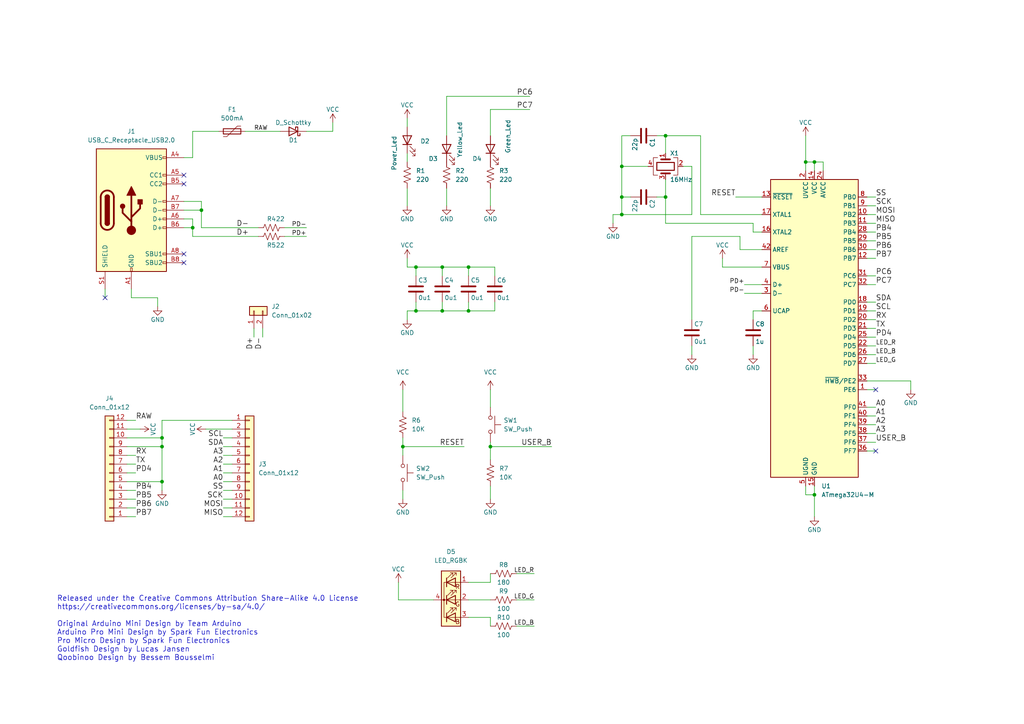
<source format=kicad_sch>
(kicad_sch (version 20211123) (generator eeschema)
  (paper "A4")
  (title_block (title "Qoobinoo") (date "2023-03-26") (rev "2") (company "Qoobinoo.io"))
  (lib_symbols
    (symbol "Connector:USB_C_Receptacle_USB2.0" (pin_names (offset 1.016))
      (property "Reference" "J" (at -10.16 19.05 0))
      (property "Value" "USB_C_Receptacle_USB2.0" (at 19.05 19.05 0))
      (symbol "USB_C_Receptacle_USB2.0_0_0"
        (rectangle (start -0.254 -17.78) (end 0.254 -16.764))
        (rectangle (start 10.16 -14.986) (end 9.144 -15.494))
        (rectangle (start 10.16 -12.446) (end 9.144 -12.954))
        (rectangle (start 10.16 -4.826) (end 9.144 -5.334))
        (rectangle (start 10.16 -2.286) (end 9.144 -2.794))
        (rectangle (start 10.16 0.254) (end 9.144 -0.254))
        (rectangle (start 10.16 2.794) (end 9.144 2.286))
        (rectangle (start 10.16 7.874) (end 9.144 7.366))
        (rectangle (start 10.16 10.414) (end 9.144 9.906))
        (rectangle (start 10.16 15.494) (end 9.144 14.986))
      )
      (symbol "USB_C_Receptacle_USB2.0_0_1"
        (rectangle (start -10.16 17.78) (end 10.16 -17.78) (stroke (width 0.254)) (fill (type background)))
        (arc (start -8.89 -3.81) (mid -6.985 -5.715) (end -5.08 -3.81) (stroke (width 0.508)))
        (arc (start -7.62 -3.81) (mid -6.985 -4.445) (end -6.35 -3.81) (stroke (width 0.254)))
        (arc (start -7.62 -3.81) (mid -6.985 -4.445) (end -6.35 -3.81) (stroke (width 0.254)) (fill (type outline)))
        (rectangle (start -7.62 -3.81) (end -6.35 3.81) (stroke (width 0.254)) (fill (type outline)))
        (arc (start -6.35 3.81) (mid -6.985 4.445) (end -7.62 3.81) (stroke (width 0.254)))
        (arc (start -6.35 3.81) (mid -6.985 4.445) (end -7.62 3.81) (stroke (width 0.254)) (fill (type outline)))
        (arc (start -5.08 3.81) (mid -6.985 5.715) (end -8.89 3.81) (stroke (width 0.508)))
        (circle (center -2.54 1.143) (radius 0.635) (stroke (width 0.254)) (fill (type outline)))
        (circle (center 0 -5.842) (radius 1.27) (fill (type outline)))
        (polyline (pts (xy -8.89 -3.81) (xy -8.89 3.81)) (stroke (width 0.508)))
        (polyline (pts (xy -5.08 3.81) (xy -5.08 -3.81)) (stroke (width 0.508)))
        (polyline (pts (xy 0 -5.842) (xy 0 4.318)) (stroke (width 0.508)))
        (polyline (pts (xy 0 -3.302) (xy -2.54 -0.762) (xy -2.54 0.508)) (stroke (width 0.508)))
        (polyline (pts (xy 0 -2.032) (xy 2.54 0.508) (xy 2.54 1.778)) (stroke (width 0.508)))
        (polyline (pts (xy -1.27 4.318) (xy 0 6.858) (xy 1.27 4.318) (xy -1.27 4.318)) (stroke (width 0.254)) (fill (type outline)))
        (rectangle (start 1.905 1.778) (end 3.175 3.048) (stroke (width 0.254)) (fill (type outline)))
      )
      (symbol "USB_C_Receptacle_USB2.0_1_1"
        (pin passive line (at 0 -22.86 90) (length 5.08) (name "GND") (number "A1"))
        (pin passive line (at 0 -22.86 90) (length 5.08) hide (name "GND") (number "A12"))
        (pin passive line (at 15.24 15.24 180) (length 5.08) (name "VBUS") (number "A4"))
        (pin bidirectional line (at 15.24 10.16 180) (length 5.08) (name "CC1") (number "A5"))
        (pin bidirectional line (at 15.24 -2.54 180) (length 5.08) (name "D+") (number "A6"))
        (pin bidirectional line (at 15.24 2.54 180) (length 5.08) (name "D-") (number "A7"))
        (pin bidirectional line (at 15.24 -12.7 180) (length 5.08) (name "SBU1") (number "A8"))
        (pin passive line (at 15.24 15.24 180) (length 5.08) hide (name "VBUS") (number "A9"))
        (pin passive line (at 0 -22.86 90) (length 5.08) hide (name "GND") (number "B1"))
        (pin passive line (at 0 -22.86 90) (length 5.08) hide (name "GND") (number "B12"))
        (pin passive line (at 15.24 15.24 180) (length 5.08) hide (name "VBUS") (number "B4"))
        (pin bidirectional line (at 15.24 7.62 180) (length 5.08) (name "CC2") (number "B5"))
        (pin bidirectional line (at 15.24 -5.08 180) (length 5.08) (name "D+") (number "B6"))
        (pin bidirectional line (at 15.24 0 180) (length 5.08) (name "D-") (number "B7"))
        (pin bidirectional line (at 15.24 -15.24 180) (length 5.08) (name "SBU2") (number "B8"))
        (pin passive line (at 15.24 15.24 180) (length 5.08) hide (name "VBUS") (number "B9"))
        (pin passive line (at -7.62 -22.86 90) (length 5.08) (name "SHIELD") (number "S1"))
      )
    )
    (symbol "Connector_Generic:Conn_01x02" (pin_names (offset 1.016) hide)
      (property "Reference" "J" (at 0 2.54 0))
      (property "Value" "Conn_01x02" (at 0 -5.08 0))
      (symbol "Conn_01x02_1_1"
        (rectangle (start -1.27 -2.413) (end 0 -2.667) (stroke (width 0.1524)))
        (rectangle (start -1.27 0.127) (end 0 -0.127) (stroke (width 0.1524)))
        (rectangle (start -1.27 1.27) (end 1.27 -3.81) (stroke (width 0.254)) (fill (type background)))
        (pin passive line (at -5.08 0 0) (length 3.81) (name "Pin_1") (number "1"))
        (pin passive line (at -5.08 -2.54 0) (length 3.81) (name "Pin_2") (number "2"))
      )
    )
    (symbol "Connector_Generic:Conn_01x12" (pin_names (offset 1.016) hide)
      (property "Reference" "J" (at 0 15.24 0))
      (property "Value" "Conn_01x12" (at 0 -17.78 0))
      (symbol "Conn_01x12_1_1"
        (rectangle (start -1.27 -15.113) (end 0 -15.367) (stroke (width 0.1524)))
        (rectangle (start -1.27 -12.573) (end 0 -12.827) (stroke (width 0.1524)))
        (rectangle (start -1.27 -10.033) (end 0 -10.287) (stroke (width 0.1524)))
        (rectangle (start -1.27 -7.493) (end 0 -7.747) (stroke (width 0.1524)))
        (rectangle (start -1.27 -4.953) (end 0 -5.207) (stroke (width 0.1524)))
        (rectangle (start -1.27 -2.413) (end 0 -2.667) (stroke (width 0.1524)))
        (rectangle (start -1.27 0.127) (end 0 -0.127) (stroke (width 0.1524)))
        (rectangle (start -1.27 2.667) (end 0 2.413) (stroke (width 0.1524)))
        (rectangle (start -1.27 5.207) (end 0 4.953) (stroke (width 0.1524)))
        (rectangle (start -1.27 7.747) (end 0 7.493) (stroke (width 0.1524)))
        (rectangle (start -1.27 10.287) (end 0 10.033) (stroke (width 0.1524)))
        (rectangle (start -1.27 12.827) (end 0 12.573) (stroke (width 0.1524)))
        (rectangle (start -1.27 13.97) (end 1.27 -16.51) (stroke (width 0.254)) (fill (type background)))
        (pin passive line (at -5.08 12.7 0) (length 3.81) (name "Pin_1") (number "1"))
        (pin passive line (at -5.08 -10.16 0) (length 3.81) (name "Pin_10") (number "10"))
        (pin passive line (at -5.08 -12.7 0) (length 3.81) (name "Pin_11") (number "11"))
        (pin passive line (at -5.08 -15.24 0) (length 3.81) (name "Pin_12") (number "12"))
        (pin passive line (at -5.08 10.16 0) (length 3.81) (name "Pin_2") (number "2"))
        (pin passive line (at -5.08 7.62 0) (length 3.81) (name "Pin_3") (number "3"))
        (pin passive line (at -5.08 5.08 0) (length 3.81) (name "Pin_4") (number "4"))
        (pin passive line (at -5.08 2.54 0) (length 3.81) (name "Pin_5") (number "5"))
        (pin passive line (at -5.08 0 0) (length 3.81) (name "Pin_6") (number "6"))
        (pin passive line (at -5.08 -2.54 0) (length 3.81) (name "Pin_7") (number "7"))
        (pin passive line (at -5.08 -5.08 0) (length 3.81) (name "Pin_8") (number "8"))
        (pin passive line (at -5.08 -7.62 0) (length 3.81) (name "Pin_9") (number "9"))
      )
    )
    (symbol "Device:C" (pin_numbers hide) (pin_names (offset 0.254))
      (property "Reference" "C" (at 0.635 2.54 0))
      (property "Value" "C" (at 0.635 -2.54 0))
      (symbol "C_0_1"
        (polyline (pts (xy -2.032 -0.762) (xy 2.032 -0.762)) (stroke (width 0.508)))
        (polyline (pts (xy -2.032 0.762) (xy 2.032 0.762)) (stroke (width 0.508)))
      )
      (symbol "C_1_1"
        (pin passive line (at 0 3.81 270) (length 2.794) (name "~") (number "1"))
        (pin passive line (at 0 -3.81 90) (length 2.794) (name "~") (number "2"))
      )
    )
    (symbol "Device:Crystal_GND24" (pin_names (offset 1.016) hide)
      (property "Reference" "Y" (at 3.175 5.08 0))
      (property "Value" "Crystal_GND24" (at 3.175 3.175 0))
      (symbol "Crystal_GND24_0_1"
        (rectangle (start -1.143 2.54) (end 1.143 -2.54) (stroke (width 0.3048)))
        (polyline (pts (xy -2.54 0) (xy -2.032 0)))
        (polyline (pts (xy -2.032 -1.27) (xy -2.032 1.27)) (stroke (width 0.508)))
        (polyline (pts (xy 0 -3.81) (xy 0 -3.556)))
        (polyline (pts (xy 0 3.556) (xy 0 3.81)))
        (polyline (pts (xy 2.032 -1.27) (xy 2.032 1.27)) (stroke (width 0.508)))
        (polyline (pts (xy 2.032 0) (xy 2.54 0)))
        (polyline (pts (xy -2.54 -2.286) (xy -2.54 -3.556) (xy 2.54 -3.556) (xy 2.54 -2.286)))
        (polyline (pts (xy -2.54 2.286) (xy -2.54 3.556) (xy 2.54 3.556) (xy 2.54 2.286)))
      )
      (symbol "Crystal_GND24_1_1"
        (pin passive line (at -3.81 0 0) (length 1.27) (name "1") (number "1"))
        (pin passive line (at 0 5.08 270) (length 1.27) (name "2") (number "2"))
        (pin passive line (at 3.81 0 180) (length 1.27) (name "3") (number "3"))
        (pin passive line (at 0 -5.08 90) (length 1.27) (name "4") (number "4"))
      )
    )
    (symbol "Device:D_Schottky" (pin_numbers hide) (pin_names (offset 1.016) hide)
      (property "Reference" "D" (at 0 2.54 0))
      (property "Value" "D_Schottky" (at 0 -2.54 0))
      (symbol "D_Schottky_0_1"
        (polyline (pts (xy 1.27 0) (xy -1.27 0)))
        (polyline (pts (xy 1.27 1.27) (xy 1.27 -1.27) (xy -1.27 0) (xy 1.27 1.27)) (stroke (width 0.254)))
        (polyline (pts (xy -1.905 0.635) (xy -1.905 1.27) (xy -1.27 1.27) (xy -1.27 -1.27) (xy -0.635 -1.27) (xy -0.635 -0.635)) (stroke (width 0.254)))
      )
      (symbol "D_Schottky_1_1"
        (pin passive line (at -3.81 0 0) (length 2.54) (name "K") (number "1"))
        (pin passive line (at 3.81 0 180) (length 2.54) (name "A") (number "2"))
      )
    )
    (symbol "Device:LED" (pin_numbers hide) (pin_names (offset 1.016) hide)
      (property "Reference" "D" (at 0 2.54 0))
      (property "Value" "LED" (at 0 -2.54 0))
      (symbol "LED_0_1"
        (polyline (pts (xy -1.27 -1.27) (xy -1.27 1.27)) (stroke (width 0.254)))
        (polyline (pts (xy -1.27 0) (xy 1.27 0)))
        (polyline (pts (xy 1.27 -1.27) (xy 1.27 1.27) (xy -1.27 0) (xy 1.27 -1.27)) (stroke (width 0.254)))
        (polyline (pts (xy -3.048 -0.762) (xy -4.572 -2.286) (xy -3.81 -2.286) (xy -4.572 -2.286) (xy -4.572 -1.524)))
        (polyline (pts (xy -1.778 -0.762) (xy -3.302 -2.286) (xy -2.54 -2.286) (xy -3.302 -2.286) (xy -3.302 -1.524)))
      )
      (symbol "LED_1_1"
        (pin passive line (at -3.81 0 0) (length 2.54) (name "K") (number "1"))
        (pin passive line (at 3.81 0 180) (length 2.54) (name "A") (number "2"))
      )
    )
    (symbol "Device:LED_RGBK" (pin_names (offset 0) hide)
      (property "Reference" "D" (at 0 9.398 0))
      (property "Value" "LED_RGBK" (at 0 -8.89 0))
      (symbol "LED_RGBK_0_0"
        (text "B" (at 1.905 -6.35 0) (effects (font (size 1.27 1.27))))
        (text "G" (at 1.905 -1.27 0) (effects (font (size 1.27 1.27))))
        (text "R" (at 1.905 3.81 0) (effects (font (size 1.27 1.27))))
      )
      (symbol "LED_RGBK_0_1"
        (circle (center -2.032 0) (radius 0.254) (fill (type outline)))
        (polyline (pts (xy -1.27 -5.08) (xy 1.27 -5.08)))
        (polyline (pts (xy -1.27 -3.81) (xy -1.27 -6.35)) (stroke (width 0.254)))
        (polyline (pts (xy -1.27 0) (xy -2.54 0)))
        (polyline (pts (xy -1.27 1.27) (xy -1.27 -1.27)) (stroke (width 0.254)))
        (polyline (pts (xy -1.27 5.08) (xy 1.27 5.08)))
        (polyline (pts (xy -1.27 6.35) (xy -1.27 3.81)) (stroke (width 0.254)))
        (polyline (pts (xy 1.27 -5.08) (xy 2.54 -5.08)))
        (polyline (pts (xy 1.27 0) (xy -1.27 0)))
        (polyline (pts (xy 1.27 0) (xy 2.54 0)))
        (polyline (pts (xy 1.27 5.08) (xy 2.54 5.08)))
        (polyline (pts (xy -1.27 1.27) (xy -1.27 -1.27) (xy -1.27 -1.27)))
        (polyline (pts (xy -1.27 6.35) (xy -1.27 3.81) (xy -1.27 3.81)))
        (polyline (pts (xy -1.27 5.08) (xy -2.032 5.08) (xy -2.032 -5.08) (xy -1.016 -5.08)))
        (polyline (pts (xy 1.27 -3.81) (xy 1.27 -6.35) (xy -1.27 -5.08) (xy 1.27 -3.81)) (stroke (width 0.254)))
        (polyline (pts (xy 1.27 1.27) (xy 1.27 -1.27) (xy -1.27 0) (xy 1.27 1.27)) (stroke (width 0.254)))
        (polyline (pts (xy 1.27 6.35) (xy 1.27 3.81) (xy -1.27 5.08) (xy 1.27 6.35)) (stroke (width 0.254)))
        (polyline (pts (xy -1.016 -3.81) (xy 0.508 -2.286) (xy -0.254 -2.286) (xy 0.508 -2.286) (xy 0.508 -3.048)))
        (polyline (pts (xy -1.016 1.27) (xy 0.508 2.794) (xy -0.254 2.794) (xy 0.508 2.794) (xy 0.508 2.032)))
        (polyline (pts (xy -1.016 6.35) (xy 0.508 7.874) (xy -0.254 7.874) (xy 0.508 7.874) (xy 0.508 7.112)))
        (polyline (pts (xy 0 -3.81) (xy 1.524 -2.286) (xy 0.762 -2.286) (xy 1.524 -2.286) (xy 1.524 -3.048)))
        (polyline (pts (xy 0 1.27) (xy 1.524 2.794) (xy 0.762 2.794) (xy 1.524 2.794) (xy 1.524 2.032)))
        (polyline (pts (xy 0 6.35) (xy 1.524 7.874) (xy 0.762 7.874) (xy 1.524 7.874) (xy 1.524 7.112)))
        (rectangle (start 1.27 -1.27) (end 1.27 1.27))
        (rectangle (start 1.27 1.27) (end 1.27 1.27))
        (rectangle (start 1.27 3.81) (end 1.27 6.35))
        (rectangle (start 1.27 6.35) (end 1.27 6.35))
        (rectangle (start 2.794 8.382) (end -2.794 -7.62) (stroke (width 0.254)) (fill (type background)))
      )
      (symbol "LED_RGBK_1_1"
        (pin passive line (at 5.08 5.08 180) (length 2.54) (name "RA") (number "1"))
        (pin passive line (at 5.08 0 180) (length 2.54) (name "GA") (number "2"))
        (pin passive line (at 5.08 -5.08 180) (length 2.54) (name "BA") (number "3"))
        (pin passive line (at -5.08 0 0) (length 2.54) (name "K") (number "4"))
      )
    )
    (symbol "Device:Polyfuse" (pin_numbers hide) (pin_names (offset 0))
      (property "Reference" "F" (at -2.54 0 90))
      (property "Value" "Polyfuse" (at 2.54 0 90))
      (symbol "Polyfuse_0_1"
        (rectangle (start -0.762 2.54) (end 0.762 -2.54) (stroke (width 0.254)))
        (polyline (pts (xy 0 2.54) (xy 0 -2.54)))
        (polyline (pts (xy -1.524 2.54) (xy -1.524 1.524) (xy 1.524 -1.524) (xy 1.524 -2.54)))
      )
      (symbol "Polyfuse_1_1"
        (pin passive line (at 0 3.81 270) (length 1.27) (name "~") (number "1"))
        (pin passive line (at 0 -3.81 90) (length 1.27) (name "~") (number "2"))
      )
    )
    (symbol "Device:R_US" (pin_numbers hide) (pin_names (offset 0))
      (property "Reference" "R" (at 2.54 0 90))
      (property "Value" "R_US" (at -2.54 0 90))
      (symbol "R_US_0_1"
        (polyline (pts (xy 0 -2.286) (xy 0 -2.54)))
        (polyline (pts (xy 0 2.286) (xy 0 2.54)))
        (polyline (pts (xy 0 -0.762) (xy 1.016 -1.143) (xy 0 -1.524) (xy -1.016 -1.905) (xy 0 -2.286)))
        (polyline (pts (xy 0 0.762) (xy 1.016 0.381) (xy 0 0) (xy -1.016 -0.381) (xy 0 -0.762)))
        (polyline (pts (xy 0 2.286) (xy 1.016 1.905) (xy 0 1.524) (xy -1.016 1.143) (xy 0 0.762)))
      )
      (symbol "R_US_1_1"
        (pin passive line (at 0 3.81 270) (length 1.27) (name "~") (number "1"))
        (pin passive line (at 0 -3.81 90) (length 1.27) (name "~") (number "2"))
      )
    )
    (symbol "MCU_Microchip_ATmega:ATmega32U4-M"
      (property "Reference" "U" (at -12.7 44.45 0))
      (property "Value" "ATmega32U4-M" (at 2.54 -44.45 0))
      (symbol "ATmega32U4-M_0_1"
        (rectangle (start -12.7 -43.18) (end 12.7 43.18) (stroke (width 0.254)) (fill (type background)))
      )
      (symbol "ATmega32U4-M_1_1"
        (pin bidirectional line (at 15.24 -17.78 180) (length 2.54) (name "PE6") (number "1"))
        (pin bidirectional line (at 15.24 33.02 180) (length 2.54) (name "PB2") (number "10"))
        (pin bidirectional line (at 15.24 30.48 180) (length 2.54) (name "PB3") (number "11"))
        (pin bidirectional line (at 15.24 20.32 180) (length 2.54) (name "PB7") (number "12"))
        (pin input line (at -15.24 38.1 0) (length 2.54) (name "~{RESET}") (number "13"))
        (pin power_in line (at 0 45.72 270) (length 2.54) (name "VCC") (number "14"))
        (pin power_in line (at 0 -45.72 90) (length 2.54) (name "GND") (number "15"))
        (pin output line (at -15.24 27.94 0) (length 2.54) (name "XTAL2") (number "16"))
        (pin input line (at -15.24 33.02 0) (length 2.54) (name "XTAL1") (number "17"))
        (pin bidirectional line (at 15.24 7.62 180) (length 2.54) (name "PD0") (number "18"))
        (pin bidirectional line (at 15.24 5.08 180) (length 2.54) (name "PD1") (number "19"))
        (pin power_in line (at -2.54 45.72 270) (length 2.54) (name "UVCC") (number "2"))
        (pin bidirectional line (at 15.24 2.54 180) (length 2.54) (name "PD2") (number "20"))
        (pin bidirectional line (at 15.24 0 180) (length 2.54) (name "PD3") (number "21"))
        (pin bidirectional line (at 15.24 -5.08 180) (length 2.54) (name "PD5") (number "22"))
        (pin passive line (at 0 -45.72 90) (length 2.54) hide (name "GND") (number "23"))
        (pin power_in line (at 2.54 45.72 270) (length 2.54) (name "AVCC") (number "24"))
        (pin bidirectional line (at 15.24 -2.54 180) (length 2.54) (name "PD4") (number "25"))
        (pin bidirectional line (at 15.24 -7.62 180) (length 2.54) (name "PD6") (number "26"))
        (pin bidirectional line (at 15.24 -10.16 180) (length 2.54) (name "PD7") (number "27"))
        (pin bidirectional line (at 15.24 27.94 180) (length 2.54) (name "PB4") (number "28"))
        (pin bidirectional line (at 15.24 25.4 180) (length 2.54) (name "PB5") (number "29"))
        (pin bidirectional line (at -15.24 10.16 0) (length 2.54) (name "D-") (number "3"))
        (pin bidirectional line (at 15.24 22.86 180) (length 2.54) (name "PB6") (number "30"))
        (pin bidirectional line (at 15.24 15.24 180) (length 2.54) (name "PC6") (number "31"))
        (pin bidirectional line (at 15.24 12.7 180) (length 2.54) (name "PC7") (number "32"))
        (pin bidirectional line (at 15.24 -15.24 180) (length 2.54) (name "~{HWB}/PE2") (number "33"))
        (pin passive line (at 0 45.72 270) (length 2.54) hide (name "VCC") (number "34"))
        (pin passive line (at 0 -45.72 90) (length 2.54) hide (name "GND") (number "35"))
        (pin bidirectional line (at 15.24 -35.56 180) (length 2.54) (name "PF7") (number "36"))
        (pin bidirectional line (at 15.24 -33.02 180) (length 2.54) (name "PF6") (number "37"))
        (pin bidirectional line (at 15.24 -30.48 180) (length 2.54) (name "PF5") (number "38"))
        (pin bidirectional line (at 15.24 -27.94 180) (length 2.54) (name "PF4") (number "39"))
        (pin bidirectional line (at -15.24 12.7 0) (length 2.54) (name "D+") (number "4"))
        (pin bidirectional line (at 15.24 -25.4 180) (length 2.54) (name "PF1") (number "40"))
        (pin bidirectional line (at 15.24 -22.86 180) (length 2.54) (name "PF0") (number "41"))
        (pin passive line (at -15.24 22.86 0) (length 2.54) (name "AREF") (number "42"))
        (pin passive line (at 0 -45.72 90) (length 2.54) hide (name "GND") (number "43"))
        (pin passive line (at 2.54 45.72 270) (length 2.54) hide (name "AVCC") (number "44"))
        (pin passive line (at 0 -45.72 90) (length 2.54) hide (name "GND") (number "45"))
        (pin passive line (at -2.54 -45.72 90) (length 2.54) (name "UGND") (number "5"))
        (pin passive line (at -15.24 5.08 0) (length 2.54) (name "UCAP") (number "6"))
        (pin input line (at -15.24 17.78 0) (length 2.54) (name "VBUS") (number "7"))
        (pin bidirectional line (at 15.24 38.1 180) (length 2.54) (name "PB0") (number "8"))
        (pin bidirectional line (at 15.24 35.56 180) (length 2.54) (name "PB1") (number "9"))
      )
    )
    (symbol "Switch:SW_Push" (pin_numbers hide) (pin_names (offset 1.016) hide)
      (property "Reference" "SW" (at 1.27 2.54 0))
      (property "Value" "SW_Push" (at 0 -1.524 0))
      (symbol "SW_Push_0_1"
        (circle (center -2.032 0) (radius 0.508))
        (polyline (pts (xy 0 1.27) (xy 0 3.048)))
        (polyline (pts (xy 2.54 1.27) (xy -2.54 1.27)))
        (circle (center 2.032 0) (radius 0.508))
        (pin passive line (at -5.08 0 0) (length 2.54) (name "1") (number "1"))
        (pin passive line (at 5.08 0 180) (length 2.54) (name "2") (number "2"))
      )
    )
    (symbol "power:GND" (power) (pin_names (offset 0))
      (property "Value" "GND" (at 0 -3.81 0))
      (symbol "GND_0_1"
        (polyline (pts (xy 0 0) (xy 0 -1.27) (xy 1.27 -1.27) (xy 0 -2.54) (xy -1.27 -1.27) (xy 0 -1.27)))
      )
      (symbol "GND_1_1"
        (pin power_in line (at 0 0 270) (length 0) hide (name "GND") (number "1"))
      )
    )
    (symbol "power:VCC" (power) (pin_names (offset 0))
      (property "Value" "VCC" (at 0 3.81 0))
      (symbol "VCC_0_1"
        (polyline (pts (xy -0.762 1.27) (xy 0 2.54)))
        (polyline (pts (xy 0 0) (xy 0 2.54)))
        (polyline (pts (xy 0 2.54) (xy 0.762 1.27)))
      )
      (symbol "VCC_1_1"
        (pin power_in line (at 0 0 90) (length 0) hide (name "VCC") (number "1"))
      )
    )
  )
  (junction (at 193.04 57.15))
  (junction (at 46.99 139.7))
  (junction (at 128.27 90.17))
  (junction (at 193.04 39.37))
  (junction (at 233.68 46.99))
  (junction (at 236.22 143.51))
  (junction (at 180.34 57.15))
  (junction (at 180.34 48.26))
  (junction (at 142.24 129.54))
  (junction (at 135.89 77.47))
  (junction (at 55.88 66.04))
  (junction (at 236.22 46.99))
  (junction (at 46.99 129.54))
  (junction (at 116.84 129.54))
  (junction (at 128.27 77.47))
  (junction (at 120.65 90.17))
  (junction (at 58.42 60.96))
  (junction (at 46.99 127))
  (junction (at 135.89 90.17))
  (junction (at 120.65 77.47))
  (junction (at 180.34 62.23))
  (no_connect (at 53.34 76.2))
  (no_connect (at 30.48 86.36))
  (no_connect (at 254 130.81))
  (no_connect (at 53.34 73.66))
  (no_connect (at 53.34 50.8))
  (no_connect (at 53.34 53.34))
  (no_connect (at 254 113.03))
  (wire (pts (xy 129.54 27.94) (xy 153.67 27.94)))
  (wire (pts (xy 55.88 38.1) (xy 55.88 45.72)))
  (wire (pts (xy 203.2 39.37) (xy 193.04 39.37)))
  (wire (pts (xy 142.24 129.54) (xy 142.24 133.35)))
  (wire (pts (xy 149.86 173.99) (xy 154.94 173.99)))
  (wire (pts (xy 55.88 66.04) (xy 55.88 68.58)))
  (wire (pts (xy 251.46 123.19) (xy 254 123.19)))
  (wire (pts (xy 135.89 77.47) (xy 135.89 80.01)))
  (wire (pts (xy 193.04 52.07) (xy 193.04 57.15)))
  (wire (pts (xy 218.44 90.17) (xy 218.44 92.71)))
  (wire (pts (xy 135.89 173.99) (xy 142.24 173.99)))
  (wire (pts (xy 36.83 139.7) (xy 46.99 139.7)))
  (wire (pts (xy 118.11 34.29) (xy 118.11 36.83)))
  (wire (pts (xy 251.46 92.71) (xy 254 92.71)))
  (wire (pts (xy 142.24 31.75) (xy 153.67 31.75)))
  (wire (pts (xy 182.88 39.37) (xy 180.34 39.37)))
  (wire (pts (xy 58.42 60.96) (xy 58.42 66.04)))
  (wire (pts (xy 53.34 66.04) (xy 55.88 66.04)))
  (wire (pts (xy 251.46 95.25) (xy 254 95.25)))
  (wire (pts (xy 220.98 85.09) (xy 215.9 85.09)))
  (wire (pts (xy 251.46 128.27) (xy 254 128.27)))
  (wire (pts (xy 64.77 134.62) (xy 67.31 134.62)))
  (wire (pts (xy 135.89 179.07) (xy 142.24 179.07)))
  (wire (pts (xy 236.22 46.99) (xy 238.76 46.99)))
  (wire (pts (xy 116.84 129.54) (xy 116.84 132.08)))
  (wire (pts (xy 218.44 90.17) (xy 220.98 90.17)))
  (wire (pts (xy 251.46 130.81) (xy 254 130.81)))
  (wire (pts (xy 64.77 132.08) (xy 67.31 132.08)))
  (wire (pts (xy 64.77 147.32) (xy 67.31 147.32)))
  (wire (pts (xy 200.66 62.23) (xy 200.66 48.26)))
  (wire (pts (xy 55.88 45.72) (xy 53.34 45.72)))
  (wire (pts (xy 115.57 168.91) (xy 115.57 173.99)))
  (wire (pts (xy 251.46 57.15) (xy 254 57.15)))
  (wire (pts (xy 220.98 72.39) (xy 214.63 72.39)))
  (wire (pts (xy 128.27 77.47) (xy 128.27 80.01)))
  (wire (pts (xy 71.12 38.1) (xy 81.28 38.1)))
  (wire (pts (xy 118.11 77.47) (xy 118.11 74.93)))
  (wire (pts (xy 82.55 68.58) (xy 88.9 68.58)))
  (wire (pts (xy 96.52 38.1) (xy 96.52 35.56)))
  (wire (pts (xy 82.55 66.04) (xy 88.9 66.04)))
  (wire (pts (xy 251.46 74.93) (xy 254 74.93)))
  (wire (pts (xy 233.68 49.53) (xy 233.68 46.99)))
  (wire (pts (xy 190.5 57.15) (xy 193.04 57.15)))
  (wire (pts (xy 46.99 129.54) (xy 46.99 139.7)))
  (wire (pts (xy 128.27 77.47) (xy 135.89 77.47)))
  (wire (pts (xy 180.34 57.15) (xy 182.88 57.15)))
  (wire (pts (xy 120.65 77.47) (xy 128.27 77.47)))
  (wire (pts (xy 38.1 86.36) (xy 45.72 86.36)))
  (wire (pts (xy 251.46 97.79) (xy 254 97.79)))
  (wire (pts (xy 203.2 39.37) (xy 203.2 62.23)))
  (wire (pts (xy 149.86 166.37) (xy 154.94 166.37)))
  (wire (pts (xy 36.83 142.24) (xy 39.37 142.24)))
  (wire (pts (xy 180.34 62.23) (xy 200.66 62.23)))
  (wire (pts (xy 251.46 113.03) (xy 254 113.03)))
  (wire (pts (xy 53.34 63.5) (xy 55.88 63.5)))
  (wire (pts (xy 118.11 90.17) (xy 118.11 92.71)))
  (wire (pts (xy 36.83 132.08) (xy 39.37 132.08)))
  (wire (pts (xy 116.84 129.54) (xy 134.62 129.54)))
  (wire (pts (xy 58.42 58.42) (xy 58.42 60.96)))
  (wire (pts (xy 128.27 90.17) (xy 128.27 87.63)))
  (wire (pts (xy 64.77 149.86) (xy 67.31 149.86)))
  (wire (pts (xy 251.46 67.31) (xy 254 67.31)))
  (wire (pts (xy 120.65 90.17) (xy 128.27 90.17)))
  (wire (pts (xy 251.46 64.77) (xy 254 64.77)))
  (wire (pts (xy 177.8 62.23) (xy 180.34 62.23)))
  (wire (pts (xy 64.77 137.16) (xy 67.31 137.16)))
  (wire (pts (xy 209.55 77.47) (xy 220.98 77.47)))
  (wire (pts (xy 251.46 87.63) (xy 254 87.63)))
  (wire (pts (xy 214.63 72.39) (xy 214.63 68.58)))
  (wire (pts (xy 251.46 80.01) (xy 254 80.01)))
  (wire (pts (xy 36.83 144.78) (xy 39.37 144.78)))
  (wire (pts (xy 142.24 113.03) (xy 142.24 118.11)))
  (wire (pts (xy 251.46 118.11) (xy 254 118.11)))
  (wire (pts (xy 200.66 68.58) (xy 200.66 92.71)))
  (wire (pts (xy 187.96 48.26) (xy 180.34 48.26)))
  (wire (pts (xy 218.44 67.31) (xy 220.98 67.31)))
  (wire (pts (xy 46.99 129.54) (xy 36.83 129.54)))
  (wire (pts (xy 73.66 95.25) (xy 73.66 97.79)))
  (wire (pts (xy 64.77 129.54) (xy 67.31 129.54)))
  (wire (pts (xy 238.76 46.99) (xy 238.76 49.53)))
  (wire (pts (xy 251.46 102.87) (xy 254 102.87)))
  (wire (pts (xy 59.69 124.46) (xy 67.31 124.46)))
  (wire (pts (xy 116.84 113.03) (xy 116.84 119.38)))
  (wire (pts (xy 190.5 39.37) (xy 193.04 39.37)))
  (wire (pts (xy 116.84 142.24) (xy 116.84 144.78)))
  (wire (pts (xy 236.22 143.51) (xy 236.22 149.86)))
  (wire (pts (xy 135.89 168.91) (xy 142.24 168.91)))
  (wire (pts (xy 142.24 128.27) (xy 142.24 129.54)))
  (wire (pts (xy 120.65 87.63) (xy 120.65 90.17)))
  (wire (pts (xy 233.68 140.97) (xy 233.68 143.51)))
  (wire (pts (xy 251.46 59.69) (xy 254 59.69)))
  (wire (pts (xy 118.11 44.45) (xy 118.11 46.99)))
  (wire (pts (xy 251.46 120.65) (xy 254 120.65)))
  (wire (pts (xy 36.83 124.46) (xy 40.64 124.46)))
  (wire (pts (xy 55.88 63.5) (xy 55.88 66.04)))
  (wire (pts (xy 46.99 121.92) (xy 46.99 127)))
  (wire (pts (xy 251.46 110.49) (xy 264.16 110.49)))
  (wire (pts (xy 46.99 127) (xy 46.99 129.54)))
  (wire (pts (xy 55.88 68.58) (xy 74.93 68.58)))
  (wire (pts (xy 200.66 100.33) (xy 200.66 102.87)))
  (wire (pts (xy 36.83 137.16) (xy 39.37 137.16)))
  (wire (pts (xy 251.46 82.55) (xy 254 82.55)))
  (wire (pts (xy 135.89 90.17) (xy 135.89 87.63)))
  (wire (pts (xy 53.34 58.42) (xy 58.42 58.42)))
  (wire (pts (xy 58.42 66.04) (xy 74.93 66.04)))
  (wire (pts (xy 193.04 57.15) (xy 193.04 64.77)))
  (wire (pts (xy 36.83 147.32) (xy 39.37 147.32)))
  (wire (pts (xy 180.34 48.26) (xy 180.34 57.15)))
  (wire (pts (xy 251.46 100.33) (xy 254 100.33)))
  (wire (pts (xy 55.88 38.1) (xy 63.5 38.1)))
  (wire (pts (xy 76.2 95.25) (xy 76.2 97.79)))
  (wire (pts (xy 251.46 62.23) (xy 254 62.23)))
  (wire (pts (xy 135.89 90.17) (xy 143.51 90.17)))
  (wire (pts (xy 264.16 110.49) (xy 264.16 113.03)))
  (wire (pts (xy 118.11 90.17) (xy 120.65 90.17)))
  (wire (pts (xy 64.77 142.24) (xy 67.31 142.24)))
  (wire (pts (xy 200.66 48.26) (xy 198.12 48.26)))
  (wire (pts (xy 64.77 139.7) (xy 67.31 139.7)))
  (wire (pts (xy 125.73 173.99) (xy 115.57 173.99)))
  (wire (pts (xy 118.11 54.61) (xy 118.11 59.69)))
  (wire (pts (xy 180.34 39.37) (xy 180.34 48.26)))
  (wire (pts (xy 30.48 83.82) (xy 30.48 86.36)))
  (wire (pts (xy 220.98 82.55) (xy 215.9 82.55)))
  (wire (pts (xy 143.51 77.47) (xy 143.51 80.01)))
  (wire (pts (xy 129.54 54.61) (xy 129.54 59.69)))
  (wire (pts (xy 193.04 64.77) (xy 218.44 64.77)))
  (wire (pts (xy 213.36 57.15) (xy 220.98 57.15)))
  (wire (pts (xy 251.46 72.39) (xy 254 72.39)))
  (wire (pts (xy 236.22 46.99) (xy 236.22 49.53)))
  (wire (pts (xy 142.24 54.61) (xy 142.24 59.69)))
  (wire (pts (xy 36.83 121.92) (xy 39.37 121.92)))
  (wire (pts (xy 116.84 127) (xy 116.84 129.54)))
  (wire (pts (xy 46.99 139.7) (xy 46.99 142.24)))
  (wire (pts (xy 120.65 77.47) (xy 120.65 80.01)))
  (wire (pts (xy 142.24 140.97) (xy 142.24 144.78)))
  (wire (pts (xy 251.46 69.85) (xy 254 69.85)))
  (wire (pts (xy 46.99 121.92) (xy 67.31 121.92)))
  (wire (pts (xy 236.22 140.97) (xy 236.22 143.51)))
  (wire (pts (xy 233.68 39.37) (xy 233.68 46.99)))
  (wire (pts (xy 203.2 62.23) (xy 220.98 62.23)))
  (wire (pts (xy 135.89 77.47) (xy 143.51 77.47)))
  (wire (pts (xy 214.63 68.58) (xy 200.66 68.58)))
  (wire (pts (xy 142.24 168.91) (xy 142.24 166.37)))
  (wire (pts (xy 142.24 179.07) (xy 142.24 181.61)))
  (wire (pts (xy 36.83 127) (xy 46.99 127)))
  (wire (pts (xy 180.34 57.15) (xy 180.34 62.23)))
  (wire (pts (xy 38.1 86.36) (xy 38.1 83.82)))
  (wire (pts (xy 233.68 46.99) (xy 236.22 46.99)))
  (wire (pts (xy 45.72 86.36) (xy 45.72 88.9)))
  (wire (pts (xy 142.24 129.54) (xy 160.02 129.54)))
  (wire (pts (xy 218.44 64.77) (xy 218.44 67.31)))
  (wire (pts (xy 251.46 105.41) (xy 254 105.41)))
  (wire (pts (xy 193.04 39.37) (xy 193.04 44.45)))
  (wire (pts (xy 128.27 90.17) (xy 135.89 90.17)))
  (wire (pts (xy 142.24 39.37) (xy 142.24 31.75)))
  (wire (pts (xy 218.44 100.33) (xy 218.44 102.87)))
  (wire (pts (xy 88.9 38.1) (xy 96.52 38.1)))
  (wire (pts (xy 58.42 60.96) (xy 53.34 60.96)))
  (wire (pts (xy 149.86 181.61) (xy 154.94 181.61)))
  (wire (pts (xy 177.8 62.23) (xy 177.8 64.77)))
  (wire (pts (xy 36.83 149.86) (xy 39.37 149.86)))
  (wire (pts (xy 118.11 77.47) (xy 120.65 77.47)))
  (wire (pts (xy 251.46 125.73) (xy 254 125.73)))
  (wire (pts (xy 233.68 143.51) (xy 236.22 143.51)))
  (wire (pts (xy 36.83 134.62) (xy 39.37 134.62)))
  (wire (pts (xy 143.51 90.17) (xy 143.51 87.63)))
  (wire (pts (xy 129.54 39.37) (xy 129.54 27.94)))
  (wire (pts (xy 64.77 127) (xy 67.31 127)))
  (wire (pts (xy 251.46 90.17) (xy 254 90.17)))
  (wire (pts (xy 209.55 74.93) (xy 209.55 77.47)))
  (wire (pts (xy 64.77 144.78) (xy 67.31 144.78)))
  (text "Released under the Creative Commons Attribution Share-Alike 4.0 License\nhttps://creativecommons.org/licenses/by-sa/4.0/\n\nOriginal Arduino Mini Design by Team Arduino\nArduino Pro Mini Design by Spark Fun Electronics\nPro Micro Design by Spark Fun Electronics\nGoldfish Design by Lucas Jansen\nQoobinoo Design by Bessem Bousselmi" (at 16.51 191.77 0) (effects (font (size 1.524 1.524)) (justify left bottom)))
  (label "SS" (at 254 57.15 0) (effects (font (size 1.524 1.524))))
  (label "PB6" (at 39.37 147.32 0) (effects (font (size 1.524 1.524))))
  (label "A3" (at 64.77 132.08 180) (effects (font (size 1.524 1.524))))
  (label "MISO" (at 254 64.77 0) (effects (font (size 1.524 1.524))))
  (label "A2" (at 254 123.19 0) (effects (font (size 1.524 1.524))))
  (label "SDA" (at 64.77 129.54 180) (effects (font (size 1.524 1.524))))
  (label "A0" (at 254 118.11 0) (effects (font (size 1.524 1.524))))
  (label "D-" (at 68.58 66.04 0) (effects (font (size 1.524 1.524))))
  (label "A2" (at 64.77 134.62 180) (effects (font (size 1.524 1.524))))
  (label "D+" (at 73.66 97.79 270) (effects (font (size 1.524 1.524))))
  (label "RAW" (at 39.37 121.92 0) (effects (font (size 1.524 1.524))))
  (label "PB6" (at 254 72.39 0) (effects (font (size 1.524 1.524))))
  (label "RESET" (at 213.36 57.15 180) (effects (font (size 1.524 1.524))))
  (label "MOSI" (at 64.77 147.32 180) (effects (font (size 1.524 1.524))))
  (label "RAW" (at 73.66 38.1 0))
  (label "PD4" (at 39.37 137.16 0) (effects (font (size 1.524 1.524))))
  (label "D+" (at 68.58 68.58 0) (effects (font (size 1.524 1.524))))
  (label "TX" (at 254 95.25 0) (effects (font (size 1.524 1.524))))
  (label "SDA" (at 254 87.63 0) (effects (font (size 1.524 1.524))))
  (label "PB4" (at 254 67.31 0) (effects (font (size 1.524 1.524))))
  (label "USER_B" (at 254 128.27 0) (effects (font (size 1.524 1.524))))
  (label "PC6" (at 254 80.01 0) (effects (font (size 1.524 1.524))))
  (label "PC7" (at 254 82.55 0) (effects (font (size 1.524 1.524))))
  (label "A0" (at 64.77 139.7 180) (effects (font (size 1.524 1.524))))
  (label "LED_B" (at 254 102.87 0))
  (label "PD+" (at 88.9 68.58 180))
  (label "MOSI" (at 254 62.23 0) (effects (font (size 1.524 1.524))))
  (label "PD4" (at 254 97.79 0) (effects (font (size 1.524 1.524))))
  (label "SCK" (at 64.77 144.78 180) (effects (font (size 1.524 1.524))))
  (label "PB5" (at 254 69.85 0) (effects (font (size 1.524 1.524))))
  (label "RX" (at 254 92.71 0) (effects (font (size 1.524 1.524))))
  (label "PB4" (at 39.37 142.24 0) (effects (font (size 1.524 1.524))))
  (label "LED_R" (at 154.94 166.37 180))
  (label "RX" (at 39.37 132.08 0) (effects (font (size 1.524 1.524))))
  (label "LED_B" (at 154.94 181.61 180))
  (label "LED_G" (at 254 105.41 0))
  (label "PB7" (at 254 74.93 0) (effects (font (size 1.524 1.524))))
  (label "SCK" (at 254 59.69 0) (effects (font (size 1.524 1.524))))
  (label "SCL" (at 64.77 127 180) (effects (font (size 1.524 1.524))))
  (label "PC7" (at 149.86 31.75 0) (effects (font (size 1.524 1.524))))
  (label "SS" (at 64.77 142.24 180) (effects (font (size 1.524 1.524))))
  (label "LED_G" (at 154.94 173.99 180))
  (label "PB7" (at 39.37 149.86 0) (effects (font (size 1.524 1.524))))
  (label "RESET" (at 134.62 129.54 180) (effects (font (size 1.524 1.524))))
  (label "SCL" (at 254 90.17 0) (effects (font (size 1.524 1.524))))
  (label "USER_B" (at 160.02 129.54 180) (effects (font (size 1.524 1.524))))
  (label "A1" (at 64.77 137.16 180) (effects (font (size 1.524 1.524))))
  (label "PC6" (at 149.86 27.94 0) (effects (font (size 1.524 1.524))))
  (label "A1" (at 254 120.65 0) (effects (font (size 1.524 1.524))))
  (label "PD-" (at 88.9 66.04 180))
  (label "LED_R" (at 254 100.33 0))
  (label "MISO" (at 64.77 149.86 180) (effects (font (size 1.524 1.524))))
  (label "D-" (at 76.2 97.79 270) (effects (font (size 1.524 1.524))))
  (label "PD+" (at 215.9 82.55 180))
  (label "PB5" (at 39.37 144.78 0) (effects (font (size 1.524 1.524))))
  (label "TX" (at 39.37 134.62 0) (effects (font (size 1.524 1.524))))
  (label "PD-" (at 215.9 85.09 180))
  (label "A3" (at 254 125.73 0) (effects (font (size 1.524 1.524))))
  (symbol (lib_id "power:GND") (at 118.11 59.69 0) (unit 1)
    (property "Reference" "#PWR04" (effects hide))
    (property "Value" "GND" (at 118.11 63.5 0))
  )
  (symbol (lib_id "Device:Polyfuse") (at 67.31 38.1 90) (unit 1)
    (property "Reference" "F1" (at 67.31 31.75 90))
    (property "Value" "500mA" (at 67.31 34.29 90))
    (property "Footprint" "Fuse:Fuse_0805_2012Metric" (effects hide))
  )
  (symbol (lib_id "power:GND") (at 129.54 59.69 0) (unit 1)
    (property "Reference" "#PWR05" (effects hide))
    (property "Value" "GND" (at 129.54 63.5 0))
  )
  (symbol (lib_id "power:GND") (at 200.66 102.87 0) (unit 1)
    (property "Reference" "#PWR012" (effects hide))
    (property "Value" "GND" (at 200.66 106.68 0))
  )
  (symbol (lib_id "Device:C") (at 186.69 57.15 270) (unit 1)
    (property "Reference" "C2" (at 189.23 57.785 0) (effects (justify left)))
    (property "Value" "22p" (at 184.15 57.785 0) (effects (justify left)))
    (property "Footprint" "Capacitor_SMD:C_0805_2012Metric" (effects hide))
  )
  (symbol (lib_id "power:VCC") (at 118.11 74.93 0) (unit 1)
    (property "Reference" "#PWR08" (effects hide))
    (property "Value" "VCC" (at 118.11 71.12 0))
  )
  (symbol (lib_id "Device:C") (at 186.69 39.37 270) (unit 1)
    (property "Reference" "C1" (at 189.23 40.005 0) (effects (justify left)))
    (property "Value" "22p" (at 184.15 40.005 0) (effects (justify left)))
    (property "Footprint" "Capacitor_SMD:C_0805_2012Metric" (effects hide))
  )
  (symbol (lib_id "power:VCC") (at 142.24 113.03 0) (unit 1)
    (property "Reference" "#PWR015" (effects hide))
    (property "Value" "VCC" (at 142.24 107.95 0))
  )
  (symbol (lib_id "Device:R_US") (at 116.84 123.19 0) (unit 1)
    (property "Reference" "R6" (at 119.38 121.9199 0) (effects (justify left)))
    (property "Value" "10K" (at 119.38 124.4599 0) (effects (justify left)))
    (property "Footprint" "Resistor_SMD:R_0805_2012Metric" (effects hide))
  )
  (symbol (lib_id "Device:LED_RGBK") (at 130.81 173.99 0) (unit 1)
    (property "Reference" "D5" (at 130.81 160.02 0))
    (property "Value" "LED_RGBK" (at 130.81 162.56 0))
    (property "Footprint" "LED_SMD:LED_Avago_PLCC4_3.2x2.8mm_CW" (effects hide))
  )
  (symbol (lib_id "Connector_Generic:Conn_01x12") (at 72.39 134.62 0) (unit 1)
    (property "Reference" "J3" (at 74.93 134.6199 0) (effects (justify left)))
    (property "Value" "Conn_01x12" (at 74.93 137.1599 0) (effects (justify left)))
    (property "Footprint" "Pin:Pins_x12" (effects hide))
  )
  (symbol (lib_id "Switch:SW_Push") (at 142.24 123.19 270) (unit 1)
    (property "Reference" "SW1" (at 146.05 121.9199 90) (effects (justify left)))
    (property "Value" "SW_Push" (at 146.05 124.4599 90) (effects (justify left)))
    (property "Footprint" "Button_Switch_SMD:SW_Push_SPST_NO_Alps_SKRK" (effects hide))
  )
  (symbol (lib_id "Device:LED") (at 129.54 43.18 90) (unit 1)
    (property "Reference" "D3" (at 127 46.0376 90) (effects (justify left)))
    (property "Value" "Yellow_Led" (at 133.35 45.72 0) (effects (justify left)))
    (property "Footprint" "LED_SMD:LED_1206_3216Metric" (effects hide))
  )
  (symbol (lib_id "Device:R_US") (at 146.05 166.37 90) (unit 1)
    (property "Reference" "R8" (at 146.05 163.83 90))
    (property "Value" "180" (at 146.05 168.91 90))
    (property "Footprint" "Resistor_SMD:R_0805_2012Metric" (effects hide))
  )
  (symbol (lib_id "Device:LED") (at 118.11 40.64 90) (unit 1)
    (property "Reference" "D2" (at 121.92 40.9574 90) (effects (justify right)))
    (property "Value" "Power_Led" (at 114.3 39.37 0) (effects (justify right)))
    (property "Footprint" "LED_SMD:LED_1206_3216Metric" (effects hide))
  )
  (symbol (lib_id "Switch:SW_Push") (at 116.84 137.16 270) (unit 1)
    (property "Reference" "SW2" (at 120.65 135.8899 90) (effects (justify left)))
    (property "Value" "SW_Push" (at 120.65 138.4299 90) (effects (justify left)))
    (property "Footprint" "Button_Switch_SMD:SW_Push_SPST_NO_Alps_SKRK" (effects hide))
  )
  (symbol (lib_id "power:VCC") (at 116.84 113.03 0) (unit 1)
    (property "Reference" "#PWR014" (effects hide))
    (property "Value" "VCC" (at 116.84 107.95 0))
  )
  (symbol (lib_id "Device:Crystal_GND24") (at 193.04 48.26 270) (unit 1)
    (property "Reference" "X1" (at 194.31 44.45 90) (effects (justify left)))
    (property "Value" "16MHz" (at 194.31 52.07 90) (effects (justify left)))
    (property "Footprint" "Crystal:Crystal_SMD_SeikoEpson_FA238-4Pin_3.2x2.5mm" (effects hide))
  )
  (symbol (lib_id "power:GND") (at 177.8 64.77 0) (unit 1)
    (property "Reference" "#PWR07" (effects hide))
    (property "Value" "GND" (at 177.8 68.58 0))
  )
  (symbol (lib_id "Device:C") (at 200.66 96.52 0) (unit 1)
    (property "Reference" "C7" (at 201.295 93.98 0) (effects (justify left)))
    (property "Value" "0u1" (at 201.295 99.06 0) (effects (justify left)))
    (property "Footprint" "Capacitor_SMD:C_0805_2012Metric" (effects hide))
  )
  (symbol (lib_id "Device:R_US") (at 142.24 137.16 0) (unit 1)
    (property "Reference" "R7" (at 144.78 135.8899 0) (effects (justify left)))
    (property "Value" "10K" (at 144.78 138.4299 0) (effects (justify left)))
    (property "Footprint" "Resistor_SMD:R_0805_2012Metric" (effects hide))
  )
  (symbol (lib_id "Device:C") (at 135.89 83.82 0) (unit 1)
    (property "Reference" "C5" (at 136.525 81.28 0) (effects (justify left)))
    (property "Value" "0u1" (at 136.525 86.36 0) (effects (justify left)))
    (property "Footprint" "Capacitor_SMD:C_0805_2012Metric" (effects hide))
  )
  (symbol (lib_id "Device:R_US") (at 118.11 50.8 0) (unit 1)
    (property "Reference" "R1" (at 120.65 49.5299 0) (effects (justify left)))
    (property "Value" "220" (at 120.65 52.0699 0) (effects (justify left)))
    (property "Footprint" "Resistor_SMD:R_0805_2012Metric" (effects hide))
  )
  (symbol (lib_id "power:GND") (at 142.24 144.78 0) (unit 1)
    (property "Reference" "#PWR021" (effects hide))
    (property "Value" "GND" (at 142.24 148.59 0))
  )
  (symbol (lib_id "power:VCC") (at 115.57 168.91 0) (unit 1)
    (property "Reference" "#PWR023" (effects hide))
    (property "Value" "VCC" (at 115.57 165.1 0))
  )
  (symbol (lib_id "power:GND") (at 264.16 113.03 0) (unit 1)
    (property "Reference" "#PWR016" (effects hide))
    (property "Value" "GND" (at 264.16 116.84 0))
  )
  (symbol (lib_id "power:VCC") (at 209.55 74.93 0) (unit 1)
    (property "Reference" "#PWR09" (effects hide))
    (property "Value" "VCC" (at 209.55 71.12 0))
  )
  (symbol (lib_id "power:GND") (at 236.22 149.86 0) (unit 1)
    (property "Reference" "#PWR0101" (effects hide))
    (property "Value" "GND" (at 236.22 153.67 0))
  )
  (symbol (lib_id "Connector:USB_C_Receptacle_USB2.0") (at 38.1 60.96 0) (unit 1)
    (property "Reference" "J1" (at 38.1 38.1 0))
    (property "Value" "USB_C_Receptacle_USB2.0" (at 38.1 40.64 0))
    (property "Footprint" "Moldex-21699:Molex-216990_GCT-USB45xx_HRO-TYPE-C-31-M-13x" (effects hide))
    (property "Datasheet" "https://www.usb.org/sites/default/files/documents/usb_type-c.zip" (effects hide))
  )
  (symbol (lib_id "power:VCC") (at 40.64 124.46 270) (unit 1)
    (property "Reference" "#PWR017" (effects hide))
    (property "Value" "VCC" (at 44.45 124.46 0))
  )
  (symbol (lib_id "Device:R_US") (at 146.05 181.61 90) (unit 1)
    (property "Reference" "R10" (at 146.05 179.07 90))
    (property "Value" "100" (at 146.05 184.15 90))
    (property "Footprint" "Resistor_SMD:R_0805_2012Metric" (effects hide))
  )
  (symbol (lib_id "MCU_Microchip_ATmega:ATmega32U4-M") (at 236.22 95.25 0) (unit 1)
    (property "Reference" "U1" (at 238.2394 140.97 0) (effects (justify left)))
    (property "Value" "ATmega32U4-M" (at 238.2394 143.51 0) (effects (justify left)))
    (property "Footprint" "Package_QFP:TQFP-44-1EP_10x10mm_P0.8mm_EP4.5x4.5mm" (effects hide))
    (property "Datasheet" "http://ww1.microchip.com/downloads/en/DeviceDoc/Atmel-7766-8-bit-AVR-ATmega16U4-32U4_Datasheet.pdf" (effects hide))
  )
  (symbol (lib_id "Device:R_US") (at 78.74 66.04 90) (unit 1)
    (property "Reference" "R4" (at 78.74 63.5 90))
    (property "Value" "22" (at 81.28 63.5 90))
    (property "Footprint" "Resistor_SMD:R_0805_2012Metric" (effects hide))
  )
  (symbol (lib_id "power:VCC") (at 96.52 35.56 0) (unit 1)
    (property "Reference" "#PWR02" (effects hide))
    (property "Value" "VCC" (at 96.52 31.75 0))
  )
  (symbol (lib_id "Device:R_US") (at 78.74 68.58 90) (unit 1)
    (property "Reference" "R5" (at 78.74 71.12 90))
    (property "Value" "22" (at 81.28 71.12 90))
    (property "Footprint" "Resistor_SMD:R_0805_2012Metric" (effects hide))
  )
  (symbol (lib_id "power:GND") (at 142.24 59.69 0) (unit 1)
    (property "Reference" "#PWR06" (effects hide))
    (property "Value" "GND" (at 142.24 63.5 0))
  )
  (symbol (lib_id "power:VCC") (at 59.69 124.46 90) (unit 1)
    (property "Reference" "#PWR018" (effects hide))
    (property "Value" "VCC" (at 55.88 124.46 0))
  )
  (symbol (lib_id "Device:R_US") (at 146.05 173.99 90) (unit 1)
    (property "Reference" "R9" (at 146.05 171.45 90))
    (property "Value" "100" (at 146.05 176.53 90))
    (property "Footprint" "Resistor_SMD:R_0805_2012Metric" (effects hide))
  )
  (symbol (lib_id "power:GND") (at 218.44 102.87 0) (unit 1)
    (property "Reference" "#PWR013" (effects hide))
    (property "Value" "GND" (at 218.44 106.68 0))
  )
  (symbol (lib_id "Device:R_US") (at 129.54 50.8 0) (unit 1)
    (property "Reference" "R2" (at 132.08 49.5299 0) (effects (justify left)))
    (property "Value" "220" (at 132.08 52.0699 0) (effects (justify left)))
    (property "Footprint" "Resistor_SMD:R_0805_2012Metric" (effects hide))
  )
  (symbol (lib_id "Device:C") (at 120.65 83.82 0) (unit 1)
    (property "Reference" "C3" (at 121.285 81.28 0) (effects (justify left)))
    (property "Value" "0u1" (at 121.285 86.36 0) (effects (justify left)))
    (property "Footprint" "Capacitor_SMD:C_0805_2012Metric" (effects hide))
  )
  (symbol (lib_id "Device:C") (at 218.44 96.52 0) (unit 1)
    (property "Reference" "C8" (at 219.075 93.98 0) (effects (justify left)))
    (property "Value" "1u" (at 219.075 99.06 0) (effects (justify left)))
    (property "Footprint" "Capacitor_SMD:C_0805_2012Metric" (effects hide))
  )
  (symbol (lib_id "Device:LED") (at 142.24 43.18 90) (unit 1)
    (property "Reference" "D4" (at 139.7 46.0376 90) (effects (justify left)))
    (property "Value" "Green_Led" (at 147.32 44.45 0) (effects (justify left)))
    (property "Footprint" "LED_SMD:LED_1206_3216Metric" (effects hide))
  )
  (symbol (lib_id "Device:R_US") (at 142.24 50.8 0) (unit 1)
    (property "Reference" "R3" (at 144.78 49.5299 0) (effects (justify left)))
    (property "Value" "220" (at 144.78 52.0699 0) (effects (justify left)))
    (property "Footprint" "Resistor_SMD:R_0805_2012Metric" (effects hide))
  )
  (symbol (lib_id "Device:D_Schottky") (at 85.09 38.1 180) (unit 1)
    (property "Reference" "D1" (at 85.09 40.64 0))
    (property "Value" "D_Schottky" (at 85.09 35.56 0))
    (property "Footprint" "Diode_SMD:D_PowerDI-123" (effects hide))
  )
  (symbol (lib_id "Connector_Generic:Conn_01x02") (at 73.66 90.17 90) (unit 1)
    (property "Reference" "J2" (at 78.74 88.8999 90) (effects (justify right)))
    (property "Value" "Conn_01x02" (at 78.74 91.4399 90) (effects (justify right)))
    (property "Footprint" "Pin:Pins_USB" (effects hide))
  )
  (symbol (lib_id "Device:C") (at 128.27 83.82 0) (unit 1)
    (property "Reference" "C4" (at 128.905 81.28 0) (effects (justify left)))
    (property "Value" "0u1" (at 128.905 86.36 0) (effects (justify left)))
    (property "Footprint" "Capacitor_SMD:C_0805_2012Metric" (effects hide))
  )
  (symbol (lib_id "power:VCC") (at 118.11 34.29 0) (unit 1)
    (property "Reference" "#PWR01" (effects hide))
    (property "Value" "VCC" (at 118.11 30.48 0))
  )
  (symbol (lib_id "power:GND") (at 118.11 92.71 0) (unit 1)
    (property "Reference" "#PWR011" (effects hide))
    (property "Value" "GND" (at 118.11 96.52 0))
  )
  (symbol (lib_id "power:GND") (at 45.72 88.9 0) (unit 1)
    (property "Reference" "#PWR010" (effects hide))
    (property "Value" "GND" (at 45.72 92.71 0))
  )
  (symbol (lib_id "power:VCC") (at 233.68 39.37 0) (unit 1)
    (property "Reference" "#PWR03" (effects hide))
    (property "Value" "VCC" (at 233.68 35.56 0))
  )
  (symbol (lib_id "power:GND") (at 46.99 142.24 0) (mirror y) (unit 1)
    (property "Reference" "#PWR019" (effects hide))
    (property "Value" "GND" (at 46.99 146.05 0))
  )
  (symbol (lib_id "Device:C") (at 143.51 83.82 0) (unit 1)
    (property "Reference" "C6" (at 144.145 81.28 0) (effects (justify left)))
    (property "Value" "0u1" (at 144.145 86.36 0) (effects (justify left)))
    (property "Footprint" "Capacitor_SMD:C_0805_2012Metric" (effects hide))
  )
  (symbol (lib_id "power:GND") (at 116.84 144.78 0) (unit 1)
    (property "Reference" "#PWR020" (effects hide))
    (property "Value" "GND" (at 116.84 148.59 0))
  )
  (symbol (lib_id "Connector_Generic:Conn_01x12") (at 31.75 137.16 180) (unit 1)
    (property "Reference" "J4" (at 31.75 115.57 0))
    (property "Value" "Conn_01x12" (at 31.75 118.11 0))
    (property "Footprint" "Pin:Pins_x12" (effects hide))
  )
)
</source>
